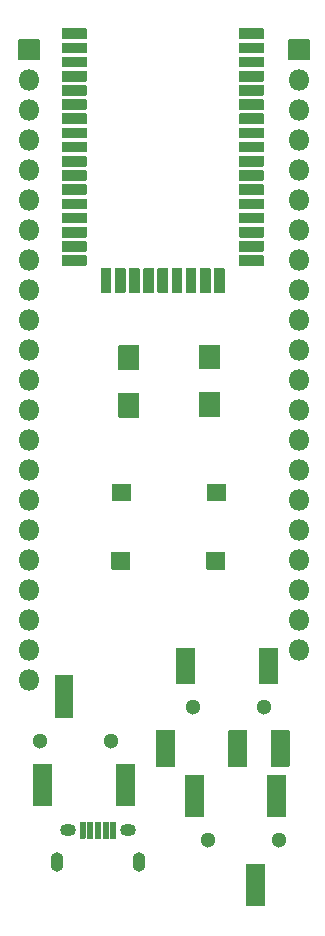
<source format=gbr>
%TF.GenerationSoftware,KiCad,Pcbnew,5.99.0-unknown-9c2a260~88~ubuntu18.04.1*%
%TF.CreationDate,2020-04-14T17:14:38+02:00*%
%TF.ProjectId,BM64_adapter,424d3634-5f61-4646-9170-7465722e6b69,rev?*%
%TF.SameCoordinates,Original*%
%TF.FileFunction,Soldermask,Top*%
%TF.FilePolarity,Negative*%
%FSLAX46Y46*%
G04 Gerber Fmt 4.6, Leading zero omitted, Abs format (unit mm)*
G04 Created by KiCad (PCBNEW 5.99.0-unknown-9c2a260~88~ubuntu18.04.1) date 2020-04-14 17:14:38*
%MOMM*%
%LPD*%
G01*
G04 APERTURE LIST*
%ADD10O,1.100000X1.650000*%
%ADD11O,1.350000X1.050000*%
%ADD12C,1.300000*%
%ADD13O,1.800000X1.800000*%
G04 APERTURE END LIST*
D10*
%TO.C,J3*%
X171901100Y-134843060D03*
X164901100Y-134843060D03*
D11*
X170901100Y-132143060D03*
X165901100Y-132143060D03*
G36*
G01*
X169901100Y-132868060D02*
X169501100Y-132868060D01*
G75*
G02*
X169451100Y-132818060I0J50000D01*
G01*
X169451100Y-131468060D01*
G75*
G02*
X169501100Y-131418060I50000J0D01*
G01*
X169901100Y-131418060D01*
G75*
G02*
X169951100Y-131468060I0J-50000D01*
G01*
X169951100Y-132818060D01*
G75*
G02*
X169901100Y-132868060I-50000J0D01*
G01*
G37*
G36*
G01*
X169251100Y-132868060D02*
X168851100Y-132868060D01*
G75*
G02*
X168801100Y-132818060I0J50000D01*
G01*
X168801100Y-131468060D01*
G75*
G02*
X168851100Y-131418060I50000J0D01*
G01*
X169251100Y-131418060D01*
G75*
G02*
X169301100Y-131468060I0J-50000D01*
G01*
X169301100Y-132818060D01*
G75*
G02*
X169251100Y-132868060I-50000J0D01*
G01*
G37*
G36*
G01*
X168601100Y-132868060D02*
X168201100Y-132868060D01*
G75*
G02*
X168151100Y-132818060I0J50000D01*
G01*
X168151100Y-131468060D01*
G75*
G02*
X168201100Y-131418060I50000J0D01*
G01*
X168601100Y-131418060D01*
G75*
G02*
X168651100Y-131468060I0J-50000D01*
G01*
X168651100Y-132818060D01*
G75*
G02*
X168601100Y-132868060I-50000J0D01*
G01*
G37*
G36*
G01*
X167951100Y-132868060D02*
X167551100Y-132868060D01*
G75*
G02*
X167501100Y-132818060I0J50000D01*
G01*
X167501100Y-131468060D01*
G75*
G02*
X167551100Y-131418060I50000J0D01*
G01*
X167951100Y-131418060D01*
G75*
G02*
X168001100Y-131468060I0J-50000D01*
G01*
X168001100Y-132818060D01*
G75*
G02*
X167951100Y-132868060I-50000J0D01*
G01*
G37*
G36*
G01*
X167301100Y-132868060D02*
X166901100Y-132868060D01*
G75*
G02*
X166851100Y-132818060I0J50000D01*
G01*
X166851100Y-131468060D01*
G75*
G02*
X166901100Y-131418060I50000J0D01*
G01*
X167301100Y-131418060D01*
G75*
G02*
X167351100Y-131468060I0J-50000D01*
G01*
X167351100Y-132818060D01*
G75*
G02*
X167301100Y-132868060I-50000J0D01*
G01*
G37*
%TD*%
%TO.C,U1*%
G36*
G01*
X182435240Y-64292920D02*
X182435240Y-65092920D01*
G75*
G02*
X182385240Y-65142920I-50000J0D01*
G01*
X180385240Y-65142920D01*
G75*
G02*
X180335240Y-65092920I0J50000D01*
G01*
X180335240Y-64292920D01*
G75*
G02*
X180385240Y-64242920I50000J0D01*
G01*
X182385240Y-64242920D01*
G75*
G02*
X182435240Y-64292920I0J-50000D01*
G01*
G37*
G36*
G01*
X182435240Y-65492920D02*
X182435240Y-66292920D01*
G75*
G02*
X182385240Y-66342920I-50000J0D01*
G01*
X180385240Y-66342920D01*
G75*
G02*
X180335240Y-66292920I0J50000D01*
G01*
X180335240Y-65492920D01*
G75*
G02*
X180385240Y-65442920I50000J0D01*
G01*
X182385240Y-65442920D01*
G75*
G02*
X182435240Y-65492920I0J-50000D01*
G01*
G37*
G36*
G01*
X182435240Y-66692920D02*
X182435240Y-67492920D01*
G75*
G02*
X182385240Y-67542920I-50000J0D01*
G01*
X180385240Y-67542920D01*
G75*
G02*
X180335240Y-67492920I0J50000D01*
G01*
X180335240Y-66692920D01*
G75*
G02*
X180385240Y-66642920I50000J0D01*
G01*
X182385240Y-66642920D01*
G75*
G02*
X182435240Y-66692920I0J-50000D01*
G01*
G37*
G36*
G01*
X182435240Y-67892920D02*
X182435240Y-68692920D01*
G75*
G02*
X182385240Y-68742920I-50000J0D01*
G01*
X180385240Y-68742920D01*
G75*
G02*
X180335240Y-68692920I0J50000D01*
G01*
X180335240Y-67892920D01*
G75*
G02*
X180385240Y-67842920I50000J0D01*
G01*
X182385240Y-67842920D01*
G75*
G02*
X182435240Y-67892920I0J-50000D01*
G01*
G37*
G36*
G01*
X182435240Y-69092920D02*
X182435240Y-69892920D01*
G75*
G02*
X182385240Y-69942920I-50000J0D01*
G01*
X180385240Y-69942920D01*
G75*
G02*
X180335240Y-69892920I0J50000D01*
G01*
X180335240Y-69092920D01*
G75*
G02*
X180385240Y-69042920I50000J0D01*
G01*
X182385240Y-69042920D01*
G75*
G02*
X182435240Y-69092920I0J-50000D01*
G01*
G37*
G36*
G01*
X182435240Y-70292920D02*
X182435240Y-71092920D01*
G75*
G02*
X182385240Y-71142920I-50000J0D01*
G01*
X180385240Y-71142920D01*
G75*
G02*
X180335240Y-71092920I0J50000D01*
G01*
X180335240Y-70292920D01*
G75*
G02*
X180385240Y-70242920I50000J0D01*
G01*
X182385240Y-70242920D01*
G75*
G02*
X182435240Y-70292920I0J-50000D01*
G01*
G37*
G36*
G01*
X182435240Y-71492920D02*
X182435240Y-72292920D01*
G75*
G02*
X182385240Y-72342920I-50000J0D01*
G01*
X180385240Y-72342920D01*
G75*
G02*
X180335240Y-72292920I0J50000D01*
G01*
X180335240Y-71492920D01*
G75*
G02*
X180385240Y-71442920I50000J0D01*
G01*
X182385240Y-71442920D01*
G75*
G02*
X182435240Y-71492920I0J-50000D01*
G01*
G37*
G36*
G01*
X182435240Y-72692920D02*
X182435240Y-73492920D01*
G75*
G02*
X182385240Y-73542920I-50000J0D01*
G01*
X180385240Y-73542920D01*
G75*
G02*
X180335240Y-73492920I0J50000D01*
G01*
X180335240Y-72692920D01*
G75*
G02*
X180385240Y-72642920I50000J0D01*
G01*
X182385240Y-72642920D01*
G75*
G02*
X182435240Y-72692920I0J-50000D01*
G01*
G37*
G36*
G01*
X182435240Y-73892920D02*
X182435240Y-74692920D01*
G75*
G02*
X182385240Y-74742920I-50000J0D01*
G01*
X180385240Y-74742920D01*
G75*
G02*
X180335240Y-74692920I0J50000D01*
G01*
X180335240Y-73892920D01*
G75*
G02*
X180385240Y-73842920I50000J0D01*
G01*
X182385240Y-73842920D01*
G75*
G02*
X182435240Y-73892920I0J-50000D01*
G01*
G37*
G36*
G01*
X182435240Y-75092920D02*
X182435240Y-75892920D01*
G75*
G02*
X182385240Y-75942920I-50000J0D01*
G01*
X180385240Y-75942920D01*
G75*
G02*
X180335240Y-75892920I0J50000D01*
G01*
X180335240Y-75092920D01*
G75*
G02*
X180385240Y-75042920I50000J0D01*
G01*
X182385240Y-75042920D01*
G75*
G02*
X182435240Y-75092920I0J-50000D01*
G01*
G37*
G36*
G01*
X182435240Y-76292920D02*
X182435240Y-77092920D01*
G75*
G02*
X182385240Y-77142920I-50000J0D01*
G01*
X180385240Y-77142920D01*
G75*
G02*
X180335240Y-77092920I0J50000D01*
G01*
X180335240Y-76292920D01*
G75*
G02*
X180385240Y-76242920I50000J0D01*
G01*
X182385240Y-76242920D01*
G75*
G02*
X182435240Y-76292920I0J-50000D01*
G01*
G37*
G36*
G01*
X182435240Y-77492920D02*
X182435240Y-78292920D01*
G75*
G02*
X182385240Y-78342920I-50000J0D01*
G01*
X180385240Y-78342920D01*
G75*
G02*
X180335240Y-78292920I0J50000D01*
G01*
X180335240Y-77492920D01*
G75*
G02*
X180385240Y-77442920I50000J0D01*
G01*
X182385240Y-77442920D01*
G75*
G02*
X182435240Y-77492920I0J-50000D01*
G01*
G37*
G36*
G01*
X182435240Y-78692920D02*
X182435240Y-79492920D01*
G75*
G02*
X182385240Y-79542920I-50000J0D01*
G01*
X180385240Y-79542920D01*
G75*
G02*
X180335240Y-79492920I0J50000D01*
G01*
X180335240Y-78692920D01*
G75*
G02*
X180385240Y-78642920I50000J0D01*
G01*
X182385240Y-78642920D01*
G75*
G02*
X182435240Y-78692920I0J-50000D01*
G01*
G37*
G36*
G01*
X182435240Y-79892920D02*
X182435240Y-80692920D01*
G75*
G02*
X182385240Y-80742920I-50000J0D01*
G01*
X180385240Y-80742920D01*
G75*
G02*
X180335240Y-80692920I0J50000D01*
G01*
X180335240Y-79892920D01*
G75*
G02*
X180385240Y-79842920I50000J0D01*
G01*
X182385240Y-79842920D01*
G75*
G02*
X182435240Y-79892920I0J-50000D01*
G01*
G37*
G36*
G01*
X182435240Y-81092920D02*
X182435240Y-81892920D01*
G75*
G02*
X182385240Y-81942920I-50000J0D01*
G01*
X180385240Y-81942920D01*
G75*
G02*
X180335240Y-81892920I0J50000D01*
G01*
X180335240Y-81092920D01*
G75*
G02*
X180385240Y-81042920I50000J0D01*
G01*
X182385240Y-81042920D01*
G75*
G02*
X182435240Y-81092920I0J-50000D01*
G01*
G37*
G36*
G01*
X182435240Y-82292920D02*
X182435240Y-83092920D01*
G75*
G02*
X182385240Y-83142920I-50000J0D01*
G01*
X180385240Y-83142920D01*
G75*
G02*
X180335240Y-83092920I0J50000D01*
G01*
X180335240Y-82292920D01*
G75*
G02*
X180385240Y-82242920I50000J0D01*
G01*
X182385240Y-82242920D01*
G75*
G02*
X182435240Y-82292920I0J-50000D01*
G01*
G37*
G36*
G01*
X182435240Y-83492920D02*
X182435240Y-84292920D01*
G75*
G02*
X182385240Y-84342920I-50000J0D01*
G01*
X180385240Y-84342920D01*
G75*
G02*
X180335240Y-84292920I0J50000D01*
G01*
X180335240Y-83492920D01*
G75*
G02*
X180385240Y-83442920I50000J0D01*
G01*
X182385240Y-83442920D01*
G75*
G02*
X182435240Y-83492920I0J-50000D01*
G01*
G37*
G36*
G01*
X179085240Y-86642920D02*
X178285240Y-86642920D01*
G75*
G02*
X178235240Y-86592920I0J50000D01*
G01*
X178235240Y-84592920D01*
G75*
G02*
X178285240Y-84542920I50000J0D01*
G01*
X179085240Y-84542920D01*
G75*
G02*
X179135240Y-84592920I0J-50000D01*
G01*
X179135240Y-86592920D01*
G75*
G02*
X179085240Y-86642920I-50000J0D01*
G01*
G37*
G36*
G01*
X177885240Y-86642920D02*
X177085240Y-86642920D01*
G75*
G02*
X177035240Y-86592920I0J50000D01*
G01*
X177035240Y-84592920D01*
G75*
G02*
X177085240Y-84542920I50000J0D01*
G01*
X177885240Y-84542920D01*
G75*
G02*
X177935240Y-84592920I0J-50000D01*
G01*
X177935240Y-86592920D01*
G75*
G02*
X177885240Y-86642920I-50000J0D01*
G01*
G37*
G36*
G01*
X176685240Y-86642920D02*
X175885240Y-86642920D01*
G75*
G02*
X175835240Y-86592920I0J50000D01*
G01*
X175835240Y-84592920D01*
G75*
G02*
X175885240Y-84542920I50000J0D01*
G01*
X176685240Y-84542920D01*
G75*
G02*
X176735240Y-84592920I0J-50000D01*
G01*
X176735240Y-86592920D01*
G75*
G02*
X176685240Y-86642920I-50000J0D01*
G01*
G37*
G36*
G01*
X175485240Y-86642920D02*
X174685240Y-86642920D01*
G75*
G02*
X174635240Y-86592920I0J50000D01*
G01*
X174635240Y-84592920D01*
G75*
G02*
X174685240Y-84542920I50000J0D01*
G01*
X175485240Y-84542920D01*
G75*
G02*
X175535240Y-84592920I0J-50000D01*
G01*
X175535240Y-86592920D01*
G75*
G02*
X175485240Y-86642920I-50000J0D01*
G01*
G37*
G36*
G01*
X174285240Y-86642920D02*
X173485240Y-86642920D01*
G75*
G02*
X173435240Y-86592920I0J50000D01*
G01*
X173435240Y-84592920D01*
G75*
G02*
X173485240Y-84542920I50000J0D01*
G01*
X174285240Y-84542920D01*
G75*
G02*
X174335240Y-84592920I0J-50000D01*
G01*
X174335240Y-86592920D01*
G75*
G02*
X174285240Y-86642920I-50000J0D01*
G01*
G37*
G36*
G01*
X173085240Y-86642920D02*
X172285240Y-86642920D01*
G75*
G02*
X172235240Y-86592920I0J50000D01*
G01*
X172235240Y-84592920D01*
G75*
G02*
X172285240Y-84542920I50000J0D01*
G01*
X173085240Y-84542920D01*
G75*
G02*
X173135240Y-84592920I0J-50000D01*
G01*
X173135240Y-86592920D01*
G75*
G02*
X173085240Y-86642920I-50000J0D01*
G01*
G37*
G36*
G01*
X171885240Y-86642920D02*
X171085240Y-86642920D01*
G75*
G02*
X171035240Y-86592920I0J50000D01*
G01*
X171035240Y-84592920D01*
G75*
G02*
X171085240Y-84542920I50000J0D01*
G01*
X171885240Y-84542920D01*
G75*
G02*
X171935240Y-84592920I0J-50000D01*
G01*
X171935240Y-86592920D01*
G75*
G02*
X171885240Y-86642920I-50000J0D01*
G01*
G37*
G36*
G01*
X170685240Y-86642920D02*
X169885240Y-86642920D01*
G75*
G02*
X169835240Y-86592920I0J50000D01*
G01*
X169835240Y-84592920D01*
G75*
G02*
X169885240Y-84542920I50000J0D01*
G01*
X170685240Y-84542920D01*
G75*
G02*
X170735240Y-84592920I0J-50000D01*
G01*
X170735240Y-86592920D01*
G75*
G02*
X170685240Y-86642920I-50000J0D01*
G01*
G37*
G36*
G01*
X165335240Y-65092920D02*
X165335240Y-64292920D01*
G75*
G02*
X165385240Y-64242920I50000J0D01*
G01*
X167385240Y-64242920D01*
G75*
G02*
X167435240Y-64292920I0J-50000D01*
G01*
X167435240Y-65092920D01*
G75*
G02*
X167385240Y-65142920I-50000J0D01*
G01*
X165385240Y-65142920D01*
G75*
G02*
X165335240Y-65092920I0J50000D01*
G01*
G37*
G36*
G01*
X165335240Y-66292920D02*
X165335240Y-65492920D01*
G75*
G02*
X165385240Y-65442920I50000J0D01*
G01*
X167385240Y-65442920D01*
G75*
G02*
X167435240Y-65492920I0J-50000D01*
G01*
X167435240Y-66292920D01*
G75*
G02*
X167385240Y-66342920I-50000J0D01*
G01*
X165385240Y-66342920D01*
G75*
G02*
X165335240Y-66292920I0J50000D01*
G01*
G37*
G36*
G01*
X165335240Y-67492920D02*
X165335240Y-66692920D01*
G75*
G02*
X165385240Y-66642920I50000J0D01*
G01*
X167385240Y-66642920D01*
G75*
G02*
X167435240Y-66692920I0J-50000D01*
G01*
X167435240Y-67492920D01*
G75*
G02*
X167385240Y-67542920I-50000J0D01*
G01*
X165385240Y-67542920D01*
G75*
G02*
X165335240Y-67492920I0J50000D01*
G01*
G37*
G36*
G01*
X165335240Y-68692920D02*
X165335240Y-67892920D01*
G75*
G02*
X165385240Y-67842920I50000J0D01*
G01*
X167385240Y-67842920D01*
G75*
G02*
X167435240Y-67892920I0J-50000D01*
G01*
X167435240Y-68692920D01*
G75*
G02*
X167385240Y-68742920I-50000J0D01*
G01*
X165385240Y-68742920D01*
G75*
G02*
X165335240Y-68692920I0J50000D01*
G01*
G37*
G36*
G01*
X165335240Y-69892920D02*
X165335240Y-69092920D01*
G75*
G02*
X165385240Y-69042920I50000J0D01*
G01*
X167385240Y-69042920D01*
G75*
G02*
X167435240Y-69092920I0J-50000D01*
G01*
X167435240Y-69892920D01*
G75*
G02*
X167385240Y-69942920I-50000J0D01*
G01*
X165385240Y-69942920D01*
G75*
G02*
X165335240Y-69892920I0J50000D01*
G01*
G37*
G36*
G01*
X165335240Y-71092920D02*
X165335240Y-70292920D01*
G75*
G02*
X165385240Y-70242920I50000J0D01*
G01*
X167385240Y-70242920D01*
G75*
G02*
X167435240Y-70292920I0J-50000D01*
G01*
X167435240Y-71092920D01*
G75*
G02*
X167385240Y-71142920I-50000J0D01*
G01*
X165385240Y-71142920D01*
G75*
G02*
X165335240Y-71092920I0J50000D01*
G01*
G37*
G36*
G01*
X165335240Y-72292920D02*
X165335240Y-71492920D01*
G75*
G02*
X165385240Y-71442920I50000J0D01*
G01*
X167385240Y-71442920D01*
G75*
G02*
X167435240Y-71492920I0J-50000D01*
G01*
X167435240Y-72292920D01*
G75*
G02*
X167385240Y-72342920I-50000J0D01*
G01*
X165385240Y-72342920D01*
G75*
G02*
X165335240Y-72292920I0J50000D01*
G01*
G37*
G36*
G01*
X165335240Y-73492920D02*
X165335240Y-72692920D01*
G75*
G02*
X165385240Y-72642920I50000J0D01*
G01*
X167385240Y-72642920D01*
G75*
G02*
X167435240Y-72692920I0J-50000D01*
G01*
X167435240Y-73492920D01*
G75*
G02*
X167385240Y-73542920I-50000J0D01*
G01*
X165385240Y-73542920D01*
G75*
G02*
X165335240Y-73492920I0J50000D01*
G01*
G37*
G36*
G01*
X165335240Y-74692920D02*
X165335240Y-73892920D01*
G75*
G02*
X165385240Y-73842920I50000J0D01*
G01*
X167385240Y-73842920D01*
G75*
G02*
X167435240Y-73892920I0J-50000D01*
G01*
X167435240Y-74692920D01*
G75*
G02*
X167385240Y-74742920I-50000J0D01*
G01*
X165385240Y-74742920D01*
G75*
G02*
X165335240Y-74692920I0J50000D01*
G01*
G37*
G36*
G01*
X165335240Y-75892920D02*
X165335240Y-75092920D01*
G75*
G02*
X165385240Y-75042920I50000J0D01*
G01*
X167385240Y-75042920D01*
G75*
G02*
X167435240Y-75092920I0J-50000D01*
G01*
X167435240Y-75892920D01*
G75*
G02*
X167385240Y-75942920I-50000J0D01*
G01*
X165385240Y-75942920D01*
G75*
G02*
X165335240Y-75892920I0J50000D01*
G01*
G37*
G36*
G01*
X165335240Y-77092920D02*
X165335240Y-76292920D01*
G75*
G02*
X165385240Y-76242920I50000J0D01*
G01*
X167385240Y-76242920D01*
G75*
G02*
X167435240Y-76292920I0J-50000D01*
G01*
X167435240Y-77092920D01*
G75*
G02*
X167385240Y-77142920I-50000J0D01*
G01*
X165385240Y-77142920D01*
G75*
G02*
X165335240Y-77092920I0J50000D01*
G01*
G37*
G36*
G01*
X165335240Y-78292920D02*
X165335240Y-77492920D01*
G75*
G02*
X165385240Y-77442920I50000J0D01*
G01*
X167385240Y-77442920D01*
G75*
G02*
X167435240Y-77492920I0J-50000D01*
G01*
X167435240Y-78292920D01*
G75*
G02*
X167385240Y-78342920I-50000J0D01*
G01*
X165385240Y-78342920D01*
G75*
G02*
X165335240Y-78292920I0J50000D01*
G01*
G37*
G36*
G01*
X165335240Y-79492920D02*
X165335240Y-78692920D01*
G75*
G02*
X165385240Y-78642920I50000J0D01*
G01*
X167385240Y-78642920D01*
G75*
G02*
X167435240Y-78692920I0J-50000D01*
G01*
X167435240Y-79492920D01*
G75*
G02*
X167385240Y-79542920I-50000J0D01*
G01*
X165385240Y-79542920D01*
G75*
G02*
X165335240Y-79492920I0J50000D01*
G01*
G37*
G36*
G01*
X165335240Y-80692920D02*
X165335240Y-79892920D01*
G75*
G02*
X165385240Y-79842920I50000J0D01*
G01*
X167385240Y-79842920D01*
G75*
G02*
X167435240Y-79892920I0J-50000D01*
G01*
X167435240Y-80692920D01*
G75*
G02*
X167385240Y-80742920I-50000J0D01*
G01*
X165385240Y-80742920D01*
G75*
G02*
X165335240Y-80692920I0J50000D01*
G01*
G37*
G36*
G01*
X165335240Y-81892920D02*
X165335240Y-81092920D01*
G75*
G02*
X165385240Y-81042920I50000J0D01*
G01*
X167385240Y-81042920D01*
G75*
G02*
X167435240Y-81092920I0J-50000D01*
G01*
X167435240Y-81892920D01*
G75*
G02*
X167385240Y-81942920I-50000J0D01*
G01*
X165385240Y-81942920D01*
G75*
G02*
X165335240Y-81892920I0J50000D01*
G01*
G37*
G36*
G01*
X165335240Y-83092920D02*
X165335240Y-82292920D01*
G75*
G02*
X165385240Y-82242920I50000J0D01*
G01*
X167385240Y-82242920D01*
G75*
G02*
X167435240Y-82292920I0J-50000D01*
G01*
X167435240Y-83092920D01*
G75*
G02*
X167385240Y-83142920I-50000J0D01*
G01*
X165385240Y-83142920D01*
G75*
G02*
X165335240Y-83092920I0J50000D01*
G01*
G37*
G36*
G01*
X165335240Y-84292920D02*
X165335240Y-83492920D01*
G75*
G02*
X165385240Y-83442920I50000J0D01*
G01*
X167385240Y-83442920D01*
G75*
G02*
X167435240Y-83492920I0J-50000D01*
G01*
X167435240Y-84292920D01*
G75*
G02*
X167385240Y-84342920I-50000J0D01*
G01*
X165385240Y-84342920D01*
G75*
G02*
X165335240Y-84292920I0J50000D01*
G01*
G37*
G36*
G01*
X169485240Y-86642920D02*
X168685240Y-86642920D01*
G75*
G02*
X168635240Y-86592920I0J50000D01*
G01*
X168635240Y-84592920D01*
G75*
G02*
X168685240Y-84542920I50000J0D01*
G01*
X169485240Y-84542920D01*
G75*
G02*
X169535240Y-84592920I0J-50000D01*
G01*
X169535240Y-86592920D01*
G75*
G02*
X169485240Y-86642920I-50000J0D01*
G01*
G37*
%TD*%
D12*
%TO.C,U4*%
X177743600Y-132994400D03*
G36*
G01*
X175793600Y-127444400D02*
X177293600Y-127444400D01*
G75*
G02*
X177343600Y-127494400I0J-50000D01*
G01*
X177343600Y-130994400D01*
G75*
G02*
X177293600Y-131044400I-50000J0D01*
G01*
X175793600Y-131044400D01*
G75*
G02*
X175743600Y-130994400I0J50000D01*
G01*
X175743600Y-127494400D01*
G75*
G02*
X175793600Y-127444400I50000J0D01*
G01*
G37*
G36*
G01*
X180993600Y-134944400D02*
X182493600Y-134944400D01*
G75*
G02*
X182543600Y-134994400I0J-50000D01*
G01*
X182543600Y-138494400D01*
G75*
G02*
X182493600Y-138544400I-50000J0D01*
G01*
X180993600Y-138544400D01*
G75*
G02*
X180943600Y-138494400I0J50000D01*
G01*
X180943600Y-134994400D01*
G75*
G02*
X180993600Y-134944400I50000J0D01*
G01*
G37*
G36*
G01*
X182793600Y-127444400D02*
X184293600Y-127444400D01*
G75*
G02*
X184343600Y-127494400I0J-50000D01*
G01*
X184343600Y-130994400D01*
G75*
G02*
X184293600Y-131044400I-50000J0D01*
G01*
X182793600Y-131044400D01*
G75*
G02*
X182743600Y-130994400I0J50000D01*
G01*
X182743600Y-127494400D01*
G75*
G02*
X182793600Y-127444400I50000J0D01*
G01*
G37*
X183743600Y-132994400D03*
%TD*%
%TO.C,U3*%
G36*
G01*
X182070000Y-116666800D02*
X183570000Y-116666800D01*
G75*
G02*
X183620000Y-116716800I0J-50000D01*
G01*
X183620000Y-119716800D01*
G75*
G02*
X183570000Y-119766800I-50000J0D01*
G01*
X182070000Y-119766800D01*
G75*
G02*
X182020000Y-119716800I0J50000D01*
G01*
X182020000Y-116716800D01*
G75*
G02*
X182070000Y-116666800I50000J0D01*
G01*
G37*
G36*
G01*
X175070000Y-116666800D02*
X176570000Y-116666800D01*
G75*
G02*
X176620000Y-116716800I0J-50000D01*
G01*
X176620000Y-119716800D01*
G75*
G02*
X176570000Y-119766800I-50000J0D01*
G01*
X175070000Y-119766800D01*
G75*
G02*
X175020000Y-119716800I0J50000D01*
G01*
X175020000Y-116716800D01*
G75*
G02*
X175070000Y-116666800I50000J0D01*
G01*
G37*
G36*
G01*
X173370000Y-123666800D02*
X174870000Y-123666800D01*
G75*
G02*
X174920000Y-123716800I0J-50000D01*
G01*
X174920000Y-126716800D01*
G75*
G02*
X174870000Y-126766800I-50000J0D01*
G01*
X173370000Y-126766800D01*
G75*
G02*
X173320000Y-126716800I0J50000D01*
G01*
X173320000Y-123716800D01*
G75*
G02*
X173370000Y-123666800I50000J0D01*
G01*
G37*
G36*
G01*
X179470000Y-123666800D02*
X180970000Y-123666800D01*
G75*
G02*
X181020000Y-123716800I0J-50000D01*
G01*
X181020000Y-126716800D01*
G75*
G02*
X180970000Y-126766800I-50000J0D01*
G01*
X179470000Y-126766800D01*
G75*
G02*
X179420000Y-126716800I0J50000D01*
G01*
X179420000Y-123716800D01*
G75*
G02*
X179470000Y-123666800I50000J0D01*
G01*
G37*
G36*
G01*
X183070000Y-123666800D02*
X184570000Y-123666800D01*
G75*
G02*
X184620000Y-123716800I0J-50000D01*
G01*
X184620000Y-126716800D01*
G75*
G02*
X184570000Y-126766800I-50000J0D01*
G01*
X183070000Y-126766800D01*
G75*
G02*
X183020000Y-126716800I0J50000D01*
G01*
X183020000Y-123716800D01*
G75*
G02*
X183070000Y-123666800I50000J0D01*
G01*
G37*
X176420000Y-121716800D03*
X182420000Y-121716800D03*
%TD*%
%TO.C,U2*%
X169525200Y-124561600D03*
G36*
G01*
X171475200Y-130111600D02*
X169975200Y-130111600D01*
G75*
G02*
X169925200Y-130061600I0J50000D01*
G01*
X169925200Y-126561600D01*
G75*
G02*
X169975200Y-126511600I50000J0D01*
G01*
X171475200Y-126511600D01*
G75*
G02*
X171525200Y-126561600I0J-50000D01*
G01*
X171525200Y-130061600D01*
G75*
G02*
X171475200Y-130111600I-50000J0D01*
G01*
G37*
G36*
G01*
X166275200Y-122611600D02*
X164775200Y-122611600D01*
G75*
G02*
X164725200Y-122561600I0J50000D01*
G01*
X164725200Y-119061600D01*
G75*
G02*
X164775200Y-119011600I50000J0D01*
G01*
X166275200Y-119011600D01*
G75*
G02*
X166325200Y-119061600I0J-50000D01*
G01*
X166325200Y-122561600D01*
G75*
G02*
X166275200Y-122611600I-50000J0D01*
G01*
G37*
G36*
G01*
X164475200Y-130111600D02*
X162975200Y-130111600D01*
G75*
G02*
X162925200Y-130061600I0J50000D01*
G01*
X162925200Y-126561600D01*
G75*
G02*
X162975200Y-126511600I50000J0D01*
G01*
X164475200Y-126511600D01*
G75*
G02*
X164525200Y-126561600I0J-50000D01*
G01*
X164525200Y-130061600D01*
G75*
G02*
X164475200Y-130111600I-50000J0D01*
G01*
G37*
X163525200Y-124561600D03*
%TD*%
%TO.C,SW2*%
G36*
G01*
X169527320Y-110008120D02*
X169527320Y-108608120D01*
G75*
G02*
X169577320Y-108558120I50000J0D01*
G01*
X171077320Y-108558120D01*
G75*
G02*
X171127320Y-108608120I0J-50000D01*
G01*
X171127320Y-110008120D01*
G75*
G02*
X171077320Y-110058120I-50000J0D01*
G01*
X169577320Y-110058120D01*
G75*
G02*
X169527320Y-110008120I0J50000D01*
G01*
G37*
G36*
G01*
X177580920Y-110016520D02*
X177580920Y-108616520D01*
G75*
G02*
X177630920Y-108566520I50000J0D01*
G01*
X179130920Y-108566520D01*
G75*
G02*
X179180920Y-108616520I0J-50000D01*
G01*
X179180920Y-110016520D01*
G75*
G02*
X179130920Y-110066520I-50000J0D01*
G01*
X177630920Y-110066520D01*
G75*
G02*
X177580920Y-110016520I0J50000D01*
G01*
G37*
%TD*%
%TO.C,SW1*%
G36*
G01*
X169593360Y-104227080D02*
X169593360Y-102827080D01*
G75*
G02*
X169643360Y-102777080I50000J0D01*
G01*
X171143360Y-102777080D01*
G75*
G02*
X171193360Y-102827080I0J-50000D01*
G01*
X171193360Y-104227080D01*
G75*
G02*
X171143360Y-104277080I-50000J0D01*
G01*
X169643360Y-104277080D01*
G75*
G02*
X169593360Y-104227080I0J50000D01*
G01*
G37*
G36*
G01*
X177646960Y-104235480D02*
X177646960Y-102835480D01*
G75*
G02*
X177696960Y-102785480I50000J0D01*
G01*
X179196960Y-102785480D01*
G75*
G02*
X179246960Y-102835480I0J-50000D01*
G01*
X179246960Y-104235480D01*
G75*
G02*
X179196960Y-104285480I-50000J0D01*
G01*
X177696960Y-104285480D01*
G75*
G02*
X177646960Y-104235480I0J50000D01*
G01*
G37*
%TD*%
%TO.C,J2*%
G36*
G01*
X184520000Y-66890000D02*
X184520000Y-65190000D01*
G75*
G02*
X184570000Y-65140000I50000J0D01*
G01*
X186270000Y-65140000D01*
G75*
G02*
X186320000Y-65190000I0J-50000D01*
G01*
X186320000Y-66890000D01*
G75*
G02*
X186270000Y-66940000I-50000J0D01*
G01*
X184570000Y-66940000D01*
G75*
G02*
X184520000Y-66890000I0J50000D01*
G01*
G37*
D13*
X185420000Y-68580000D03*
X185420000Y-71120000D03*
X185420000Y-73660000D03*
X185420000Y-76200000D03*
X185420000Y-78740000D03*
X185420000Y-81280000D03*
X185420000Y-83820000D03*
X185420000Y-86360000D03*
X185420000Y-88900000D03*
X185420000Y-91440000D03*
X185420000Y-93980000D03*
X185420000Y-96520000D03*
X185420000Y-99060000D03*
X185420000Y-101600000D03*
X185420000Y-104140000D03*
X185420000Y-106680000D03*
X185420000Y-109220000D03*
X185420000Y-111760000D03*
X185420000Y-114300000D03*
X185420000Y-116840000D03*
%TD*%
%TO.C,J1*%
G36*
G01*
X161660000Y-66890000D02*
X161660000Y-65190000D01*
G75*
G02*
X161710000Y-65140000I50000J0D01*
G01*
X163410000Y-65140000D01*
G75*
G02*
X163460000Y-65190000I0J-50000D01*
G01*
X163460000Y-66890000D01*
G75*
G02*
X163410000Y-66940000I-50000J0D01*
G01*
X161710000Y-66940000D01*
G75*
G02*
X161660000Y-66890000I0J50000D01*
G01*
G37*
X162560000Y-68580000D03*
X162560000Y-71120000D03*
X162560000Y-73660000D03*
X162560000Y-76200000D03*
X162560000Y-78740000D03*
X162560000Y-81280000D03*
X162560000Y-83820000D03*
X162560000Y-86360000D03*
X162560000Y-88900000D03*
X162560000Y-91440000D03*
X162560000Y-93980000D03*
X162560000Y-96520000D03*
X162560000Y-99060000D03*
X162560000Y-101600000D03*
X162560000Y-104140000D03*
X162560000Y-106680000D03*
X162560000Y-109220000D03*
X162560000Y-111760000D03*
X162560000Y-114300000D03*
X162560000Y-116840000D03*
X162560000Y-119380000D03*
%TD*%
%TO.C,D2*%
G36*
G01*
X170142800Y-91082400D02*
X171842800Y-91082400D01*
G75*
G02*
X171892800Y-91132400I0J-50000D01*
G01*
X171892800Y-93132400D01*
G75*
G02*
X171842800Y-93182400I-50000J0D01*
G01*
X170142800Y-93182400D01*
G75*
G02*
X170092800Y-93132400I0J50000D01*
G01*
X170092800Y-91132400D01*
G75*
G02*
X170142800Y-91082400I50000J0D01*
G01*
G37*
G36*
G01*
X170142800Y-95082400D02*
X171842800Y-95082400D01*
G75*
G02*
X171892800Y-95132400I0J-50000D01*
G01*
X171892800Y-97132400D01*
G75*
G02*
X171842800Y-97182400I-50000J0D01*
G01*
X170142800Y-97182400D01*
G75*
G02*
X170092800Y-97132400I0J50000D01*
G01*
X170092800Y-95132400D01*
G75*
G02*
X170142800Y-95082400I50000J0D01*
G01*
G37*
%TD*%
%TO.C,D1*%
G36*
G01*
X176985560Y-91017880D02*
X178685560Y-91017880D01*
G75*
G02*
X178735560Y-91067880I0J-50000D01*
G01*
X178735560Y-93067880D01*
G75*
G02*
X178685560Y-93117880I-50000J0D01*
G01*
X176985560Y-93117880D01*
G75*
G02*
X176935560Y-93067880I0J50000D01*
G01*
X176935560Y-91067880D01*
G75*
G02*
X176985560Y-91017880I50000J0D01*
G01*
G37*
G36*
G01*
X176985560Y-95017880D02*
X178685560Y-95017880D01*
G75*
G02*
X178735560Y-95067880I0J-50000D01*
G01*
X178735560Y-97067880D01*
G75*
G02*
X178685560Y-97117880I-50000J0D01*
G01*
X176985560Y-97117880D01*
G75*
G02*
X176935560Y-97067880I0J50000D01*
G01*
X176935560Y-95067880D01*
G75*
G02*
X176985560Y-95017880I50000J0D01*
G01*
G37*
%TD*%
M02*

</source>
